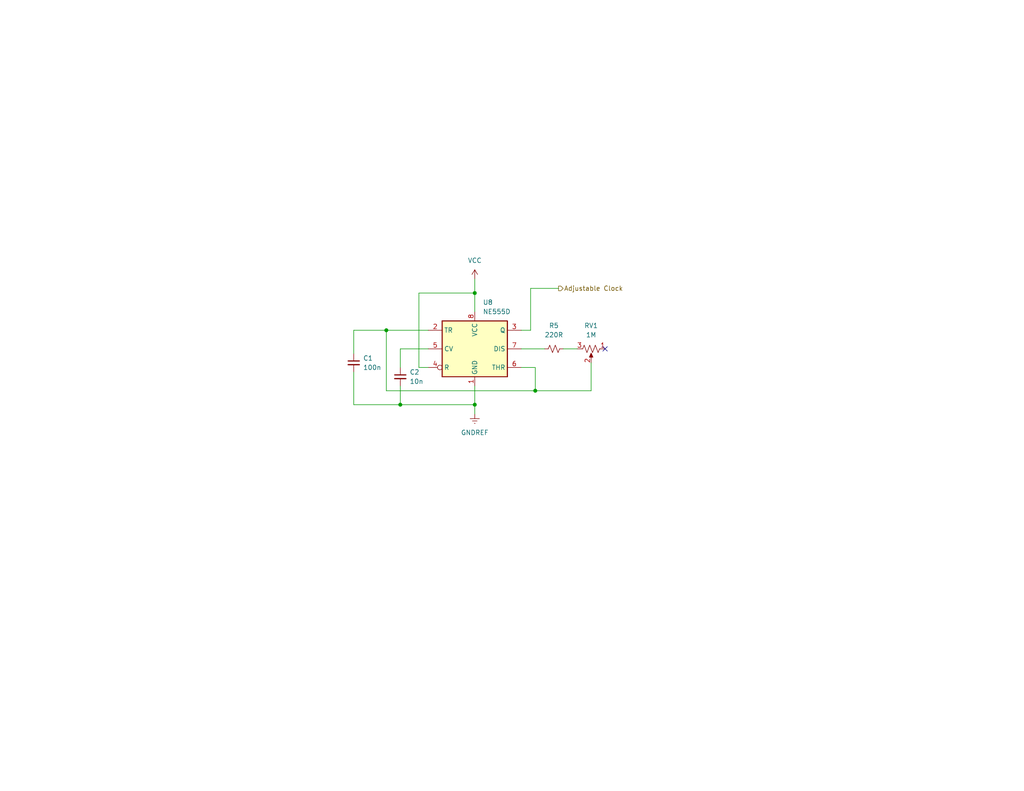
<source format=kicad_sch>
(kicad_sch (version 20230121) (generator eeschema)
  (paper "USLetter")
  (title_block (date "2023-11-22") (rev "1.0.2") (company "16-Bit Computer From Scratch") (comment 1 "Adam Clark (@eryjus)"))
  (lib_symbols
    (symbol "Device:C_Small" (pin_numbers hide) (pin_names (offset 0.254) hide)
      (property "Reference" "C" (at 0.254 1.778 0))
      (property "Value" "C_Small" (at 0.254 -2.032 0))
      (symbol "C_Small_0_1"
        (polyline (pts (xy -1.524 -0.508) (xy 1.524 -0.508)) (stroke (width 0.3302)))
        (polyline (pts (xy -1.524 0.508) (xy 1.524 0.508)) (stroke (width 0.3048)))
      )
      (symbol "C_Small_1_1"
        (pin passive line (at 0 2.54 270) (length 2.032) (name "~") (number "1"))
        (pin passive line (at 0 -2.54 90) (length 2.032) (name "~") (number "2"))
      )
    )
    (symbol "Device:R_Potentiometer_US" (pin_names (offset 1.016) hide)
      (property "Reference" "RV" (at -4.445 0 90))
      (property "Value" "R_Potentiometer_US" (at -2.54 0 90))
      (symbol "R_Potentiometer_US_0_1"
        (polyline (pts (xy 0 -2.286) (xy 0 -2.54)))
        (polyline (pts (xy 0 2.54) (xy 0 2.286)))
        (polyline (pts (xy 2.54 0) (xy 1.524 0)))
        (polyline (pts (xy 1.143 0) (xy 2.286 0.508) (xy 2.286 -0.508) (xy 1.143 0)) (fill (type outline)))
        (polyline (pts (xy 0 -0.762) (xy 1.016 -1.143) (xy 0 -1.524) (xy -1.016 -1.905) (xy 0 -2.286)))
        (polyline (pts (xy 0 0.762) (xy 1.016 0.381) (xy 0 0) (xy -1.016 -0.381) (xy 0 -0.762)))
        (polyline (pts (xy 0 2.286) (xy 1.016 1.905) (xy 0 1.524) (xy -1.016 1.143) (xy 0 0.762)))
      )
      (symbol "R_Potentiometer_US_1_1"
        (pin passive line (at 0 3.81 270) (length 1.27) (name "1") (number "1"))
        (pin passive line (at 3.81 0 180) (length 1.27) (name "2") (number "2"))
        (pin passive line (at 0 -3.81 90) (length 1.27) (name "3") (number "3"))
      )
    )
    (symbol "Device:R_Small_US" (pin_numbers hide) (pin_names (offset 0.254) hide)
      (property "Reference" "R" (at 0.762 0.508 0))
      (property "Value" "R_Small_US" (at 0.762 -1.016 0))
      (symbol "R_Small_US_1_1"
        (polyline (pts (xy 0 0) (xy 1.016 -0.381) (xy 0 -0.762) (xy -1.016 -1.143) (xy 0 -1.524)))
        (polyline (pts (xy 0 1.524) (xy 1.016 1.143) (xy 0 0.762) (xy -1.016 0.381) (xy 0 0)))
        (pin passive line (at 0 2.54 270) (length 1.016) (name "~") (number "1"))
        (pin passive line (at 0 -2.54 90) (length 1.016) (name "~") (number "2"))
      )
    )
    (symbol "Timer:NE555D"
      (property "Reference" "U" (at -10.16 8.89 0))
      (property "Value" "NE555D" (at 2.54 8.89 0))
      (symbol "NE555D_0_0"
        (pin power_in line (at 0 -10.16 90) (length 2.54) (name "GND") (number "1"))
        (pin power_in line (at 0 10.16 270) (length 2.54) (name "VCC") (number "8"))
      )
      (symbol "NE555D_0_1"
        (rectangle (start -8.89 -7.62) (end 8.89 7.62) (stroke (width 0.254)) (fill (type background)))
        (rectangle (start -8.89 -7.62) (end 8.89 7.62) (stroke (width 0.254)) (fill (type background)))
      )
      (symbol "NE555D_1_1"
        (pin input line (at -12.7 5.08 0) (length 3.81) (name "TR") (number "2"))
        (pin output line (at 12.7 5.08 180) (length 3.81) (name "Q") (number "3"))
        (pin input inverted (at -12.7 -5.08 0) (length 3.81) (name "R") (number "4"))
        (pin input line (at -12.7 0 0) (length 3.81) (name "CV") (number "5"))
        (pin input line (at 12.7 -5.08 180) (length 3.81) (name "THR") (number "6"))
        (pin input line (at 12.7 0 180) (length 3.81) (name "DIS") (number "7"))
      )
    )
    (symbol "power:GNDREF" (power) (pin_names (offset 0))
      (property "Value" "GNDREF" (at 0 -3.81 0))
      (symbol "GNDREF_0_1"
        (polyline (pts (xy -0.635 -1.905) (xy 0.635 -1.905)))
        (polyline (pts (xy -0.127 -2.54) (xy 0.127 -2.54)))
        (polyline (pts (xy 0 -1.27) (xy 0 0)))
        (polyline (pts (xy 1.27 -1.27) (xy -1.27 -1.27)))
      )
      (symbol "GNDREF_1_1"
        (pin power_in line (at 0 0 270) (length 0) hide (name "GNDREF") (number "1"))
      )
    )
    (symbol "power:VCC" (power) (pin_names (offset 0))
      (property "Value" "VCC" (at 0 3.81 0))
      (symbol "VCC_0_1"
        (polyline (pts (xy -0.762 1.27) (xy 0 2.54)))
        (polyline (pts (xy 0 0) (xy 0 2.54)))
        (polyline (pts (xy 0 2.54) (xy 0.762 1.27)))
      )
      (symbol "VCC_1_1"
        (pin power_in line (at 0 0 90) (length 0) hide (name "VCC") (number "1"))
      )
    )
  )
  (junction (at 129.54 110.49))
  (junction (at 129.54 80.01))
  (junction (at 105.41 90.17))
  (junction (at 146.05 106.68))
  (junction (at 109.22 110.49))
  (no_connect (at 165.1 95.25))
  (wire (pts (xy 116.84 90.17) (xy 105.41 90.17)))
  (wire (pts (xy 157.48 95.25) (xy 153.67 95.25)))
  (wire (pts (xy 105.41 106.68) (xy 146.05 106.68)))
  (wire (pts (xy 105.41 90.17) (xy 96.52 90.17)))
  (wire (pts (xy 129.54 110.49) (xy 129.54 113.03)))
  (wire (pts (xy 109.22 105.41) (xy 109.22 110.49)))
  (wire (pts (xy 109.22 95.25) (xy 109.22 100.33)))
  (wire (pts (xy 144.78 78.74) (xy 152.4 78.74)))
  (wire (pts (xy 96.52 110.49) (xy 109.22 110.49)))
  (wire (pts (xy 144.78 90.17) (xy 142.24 90.17)))
  (wire (pts (xy 114.3 80.01) (xy 129.54 80.01)))
  (wire (pts (xy 161.29 106.68) (xy 146.05 106.68)))
  (wire (pts (xy 146.05 100.33) (xy 142.24 100.33)))
  (wire (pts (xy 129.54 80.01) (xy 129.54 85.09)))
  (wire (pts (xy 146.05 100.33) (xy 146.05 106.68)))
  (wire (pts (xy 114.3 100.33) (xy 114.3 80.01)))
  (wire (pts (xy 129.54 76.2) (xy 129.54 80.01)))
  (wire (pts (xy 129.54 105.41) (xy 129.54 110.49)))
  (wire (pts (xy 116.84 95.25) (xy 109.22 95.25)))
  (wire (pts (xy 105.41 106.68) (xy 105.41 90.17)))
  (wire (pts (xy 144.78 78.74) (xy 144.78 90.17)))
  (wire (pts (xy 96.52 90.17) (xy 96.52 96.52)))
  (wire (pts (xy 96.52 101.6) (xy 96.52 110.49)))
  (wire (pts (xy 116.84 100.33) (xy 114.3 100.33)))
  (wire (pts (xy 109.22 110.49) (xy 129.54 110.49)))
  (wire (pts (xy 161.29 99.06) (xy 161.29 106.68)))
  (wire (pts (xy 148.59 95.25) (xy 142.24 95.25)))
  (hierarchical_label "Adjustable Clock" (shape output) (at 152.4 78.74 0))
  (symbol (lib_id "Device:R_Small_US") (at 151.13 95.25 90) (unit 1)
    (property "Reference" "R5" (at 151.13 88.9 90))
    (property "Value" "220R" (at 151.13 91.44 90))
  )
  (symbol (lib_id "power:GNDREF") (at 129.54 113.03 0) (unit 1)
    (property "Reference" "#PWR08" (effects hide))
    (property "Value" "GNDREF" (at 129.54 118.11 0))
  )
  (symbol (lib_id "Device:C_Small") (at 109.22 102.87 0) (unit 1)
    (property "Reference" "C2" (at 111.76 101.6063 0) (effects (justify left)))
    (property "Value" "10n" (at 111.76 104.1463 0) (effects (justify left)))
  )
  (symbol (lib_id "Timer:NE555D") (at 129.54 95.25 0) (unit 1)
    (property "Reference" "U8" (at 131.7341 82.55 0) (effects (justify left)))
    (property "Value" "NE555D" (at 131.7341 85.09 0) (effects (justify left)))
    (property "Footprint" "Package_SO:SOIC-8_3.9x4.9mm_P1.27mm" (effects hide))
    (property "Datasheet" "http://www.ti.com/lit/ds/symlink/ne555.pdf" (effects hide))
  )
  (symbol (lib_id "power:VCC") (at 129.54 76.2 0) (unit 1)
    (property "Reference" "#PWR07" (effects hide))
    (property "Value" "VCC" (at 129.54 71.12 0))
  )
  (symbol (lib_id "Device:C_Small") (at 96.52 99.06 0) (unit 1)
    (property "Reference" "C1" (at 99.06 97.7963 0) (effects (justify left)))
    (property "Value" "100n" (at 99.06 100.3363 0) (effects (justify left)))
  )
  (symbol (lib_id "Device:R_Potentiometer_US") (at 161.29 95.25 270) (unit 1)
    (property "Reference" "RV1" (at 161.29 88.9 90))
    (property "Value" "1M" (at 161.29 91.44 90))
  )
)
</source>
